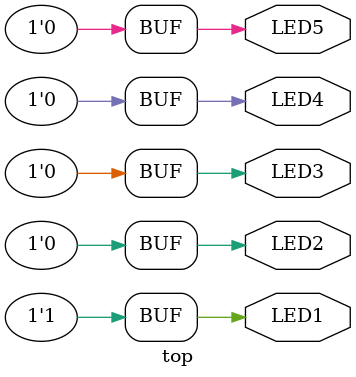
<source format=v>
/* Enable one red led on board */

module top (
	output LED1,
	output LED2,
	output LED3,
	output LED4,
	output LED5,
);

	assign LED1 = 1'b1;
	assign {LED2, LED3, LED4, LED5} = 4'b0000;

endmodule
</source>
